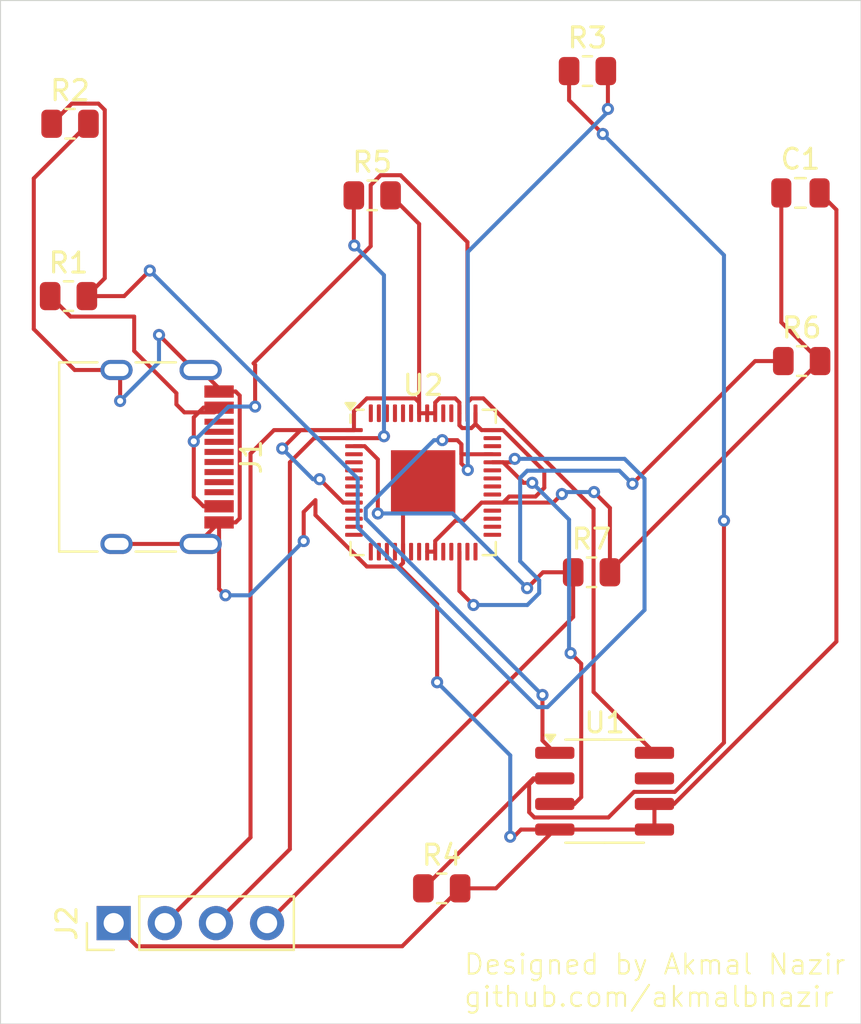
<source format=kicad_pcb>
(kicad_pcb (version 20240108) (generator "pcbnew") (generator_version "8.0")
  (layers (0 "F.Cu" signal) (31 "B.Cu" signal) (34 "B.Paste" user) (35 "F.Paste" user) (36 "B.SilkS" user "B.Silkscreen") (37 "F.SilkS" user "F.Silkscreen") (38 "B.Mask" user) (39 "F.Mask" user) (44 "Edge.Cuts" user))
  (net 0 "")
  (net 1 "+3.3V")
  (net 2 "GND")
  (net 3 "+5V")
  (net 12 "/SDA")
  (net 13 "/SCL")
  (net 14 "/V_SENSE")
  (net 15 "Net-(U1A--)")
  (net 16 "/I_SENSE")
  (net 17 "Net-(U2-RUN)")
  (footprint "Connector_USB:USB_C_Receptacle_HRO_TYPE-C-31-M-12" (layer "F.Cu") (at 28.7084 49.1878 -90)
    (property "Reference" "J1" (at 0 -5.645 90) (layer "F.SilkS"))
    (property "Value" "USB_C_Receptacle_USB2.0_16P")
    (fp_line (start -4.7 3.9) (end 4.7 3.9) (stroke (width 0.12)) (layer "F.SilkS"))
    (fp_line (start -4.7 2) (end -4.7 3.9) (stroke (width 0.12)) (layer "F.SilkS"))
    (fp_line (start 4.7 2) (end 4.7 3.9) (stroke (width 0.12)) (layer "F.SilkS"))
    (fp_line (start -4.7 -1.9) (end -4.7 0.1) (stroke (width 0.12)) (layer "F.SilkS"))
    (fp_line (start 4.7 -1.9) (end 4.7 0.1) (stroke (width 0.12)) (layer "F.SilkS"))
    (pad "" np_thru_hole circle (at -2.89 -2.6 270) (size 0.65 0.65) (drill 0.65) (layers "*.Cu" "*.Mask"))
    (pad "" np_thru_hole circle (at 2.89 -2.6 270) (size 0.65 0.65) (drill 0.65) (layers "*.Cu" "*.Mask"))
    (pad "A1" smd rect (at -3.25 -4.045 270) (size 0.6 1.45) (layers "F.Cu" "F.Paste" "F.Mask") (net 2 "GND"))
    (pad "A4" smd rect (at -2.45 -4.045 270) (size 0.6 1.45) (layers "F.Cu" "F.Paste" "F.Mask") (net 3 "+5V"))
    (pad "A5" smd rect (at -1.25 -4.045 270) (size 0.3 1.45) (layers "F.Cu" "F.Paste" "F.Mask"))
    (pad "A6" smd rect (at -0.25 -4.045 270) (size 0.3 1.45) (layers "F.Cu" "F.Paste" "F.Mask"))
    (pad "A7" smd rect (at 0.25 -4.045 270) (size 0.3 1.45) (layers "F.Cu" "F.Paste" "F.Mask"))
    (pad "A8" smd rect (at 1.25 -4.045 270) (size 0.3 1.45) (layers "F.Cu" "F.Paste" "F.Mask"))
    (pad "A9" smd rect (at 2.45 -4.045 270) (size 0.6 1.45) (layers "F.Cu" "F.Paste" "F.Mask") (net 3 "+5V"))
    (pad "A12" smd rect (at 3.25 -4.045 270) (size 0.6 1.45) (layers "F.Cu" "F.Paste" "F.Mask") (net 2 "GND"))
    (pad "B1" smd rect (at 3.25 -4.045 270) (size 0.6 1.45) (layers "F.Cu" "F.Paste" "F.Mask") (net 2 "GND"))
    (pad "B4" smd rect (at 2.45 -4.045 270) (size 0.6 1.45) (layers "F.Cu" "F.Paste" "F.Mask") (net 3 "+5V"))
    (pad "B5" smd rect (at 1.75 -4.045 270) (size 0.3 1.45) (layers "F.Cu" "F.Paste" "F.Mask"))
    (pad "B6" smd rect (at 0.75 -4.045 270) (size 0.3 1.45) (layers "F.Cu" "F.Paste" "F.Mask"))
    (pad "B7" smd rect (at -0.75 -4.045 270) (size 0.3 1.45) (layers "F.Cu" "F.Paste" "F.Mask"))
    (pad "B8" smd rect (at -1.75 -4.045 270) (size 0.3 1.45) (layers "F.Cu" "F.Paste" "F.Mask"))
    (pad "B9" smd rect (at -2.45 -4.045 270) (size 0.6 1.45) (layers "F.Cu" "F.Paste" "F.Mask") (net 3 "+5V"))
    (pad "B12" smd rect (at -3.25 -4.045 270) (size 0.6 1.45) (layers "F.Cu" "F.Paste" "F.Mask") (net 2 "GND"))
    (pad "S1" thru_hole oval (at -4.32 -3.13 270) (size 1 2.1) (drill oval 0.6 1.7) (layers "*.Cu" "*.Mask") (net 2 "GND"))
    (pad "S1" thru_hole oval (at -4.32 1.05 270) (size 1 1.6) (drill oval 0.6 1.2) (layers "*.Cu" "*.Mask") (net 2 "GND"))
    (pad "S1" thru_hole oval (at 4.32 -3.13 270) (size 1 2.1) (drill oval 0.6 1.7) (layers "*.Cu" "*.Mask") (net 2 "GND"))
    (pad "S1" thru_hole oval (at 4.32 1.05 270) (size 1 1.6) (drill oval 0.6 1.2) (layers "*.Cu" "*.Mask") (net 2 "GND"))
  )
  (footprint "Package_DFN_QFN:QFN-56-1EP_7x7mm_P0.4mm_EP3.2x3.2mm" (layer "F.Cu") (at 42.8914 50.4529)
    (property "Reference" "U2" (at 0 -4.83 0) (layer "F.SilkS"))
    (property "Value" "RP2040")
    (fp_line (start -3.61 -2.96) (end -3.61 -3.37) (stroke (width 0.12)) (layer "F.SilkS"))
    (fp_line (start -3.61 3.61) (end -3.61 2.96) (stroke (width 0.12)) (layer "F.SilkS"))
    (fp_line (start -2.96 -3.61) (end -3.31 -3.61) (stroke (width 0.12)) (layer "F.SilkS"))
    (fp_line (start -2.96 3.61) (end -3.61 3.61) (stroke (width 0.12)) (layer "F.SilkS"))
    (fp_line (start 2.96 -3.61) (end 3.61 -3.61) (stroke (width 0.12)) (layer "F.SilkS"))
    (fp_line (start 2.96 3.61) (end 3.61 3.61) (stroke (width 0.12)) (layer "F.SilkS"))
    (fp_line (start 3.61 -3.61) (end 3.61 -2.96) (stroke (width 0.12)) (layer "F.SilkS"))
    (fp_line (start 3.61 3.61) (end 3.61 2.96) (stroke (width 0.12)) (layer "F.SilkS"))
    (fp_poly (pts (xy -3.61 -3.61) (xy -3.85 -3.94) (xy -3.37 -3.94) (xy -3.61 -3.61)) (stroke (width 0.12)) (fill solid) (layer "F.SilkS"))
    (pad "1" smd roundrect (at -3.4375 -2.6) (size 0.875 0.2) (layers "F.Cu" "F.Paste" "F.Mask") (net 1 "+3.3V"))
    (pad "2" smd roundrect (at -3.4375 -2.2) (size 0.875 0.2) (layers "F.Cu" "F.Paste" "F.Mask") (net 12 "/SDA"))
    (pad "3" smd roundrect (at -3.4375 -1.8) (size 0.875 0.2) (layers "F.Cu" "F.Paste" "F.Mask") (net 13 "/SCL"))
    (pad "4" smd roundrect (at -3.4375 -1.4) (size 0.875 0.2) (layers "F.Cu" "F.Paste" "F.Mask"))
    (pad "5" smd roundrect (at -3.4375 -1) (size 0.875 0.2) (layers "F.Cu" "F.Paste" "F.Mask"))
    (pad "6" smd roundrect (at -3.4375 -0.6) (size 0.875 0.2) (layers "F.Cu" "F.Paste" "F.Mask"))
    (pad "7" smd roundrect (at -3.4375 -0.2) (size 0.875 0.2) (layers "F.Cu" "F.Paste" "F.Mask"))
    (pad "8" smd roundrect (at -3.4375 0.2) (size 0.875 0.2) (layers "F.Cu" "F.Paste" "F.Mask"))
    (pad "9" smd roundrect (at -3.4375 0.6) (size 0.875 0.2) (layers "F.Cu" "F.Paste" "F.Mask"))
    (pad "10" smd roundrect (at -3.4375 1) (size 0.875 0.2) (layers "F.Cu" "F.Paste" "F.Mask") (net 1 "+3.3V"))
    (pad "11" smd roundrect (at -3.4375 1.4) (size 0.875 0.2) (layers "F.Cu" "F.Paste" "F.Mask"))
    (pad "12" smd roundrect (at -3.4375 1.8) (size 0.875 0.2) (layers "F.Cu" "F.Paste" "F.Mask"))
    (pad "13" smd roundrect (at -3.4375 2.2) (size 0.875 0.2) (layers "F.Cu" "F.Paste" "F.Mask"))
    (pad "14" smd roundrect (at -3.4375 2.6) (size 0.875 0.2) (layers "F.Cu" "F.Paste" "F.Mask"))
    (pad "15" smd roundrect (at -2.6 3.4375) (size 0.2 0.875) (layers "F.Cu" "F.Paste" "F.Mask"))
    (pad "16" smd roundrect (at -2.2 3.4375) (size 0.2 0.875) (layers "F.Cu" "F.Paste" "F.Mask"))
    (pad "17" smd roundrect (at -1.8 3.4375) (size 0.2 0.875) (layers "F.Cu" "F.Paste" "F.Mask"))
    (pad "18" smd roundrect (at -1.4 3.4375) (size 0.2 0.875) (layers "F.Cu" "F.Paste" "F.Mask"))
    (pad "19" smd roundrect (at -1 3.4375) (size 0.2 0.875) (layers "F.Cu" "F.Paste" "F.Mask") (net 2 "GND"))
    (pad "20" smd roundrect (at -0.6 3.4375) (size 0.2 0.875) (layers "F.Cu" "F.Paste" "F.Mask"))
    (pad "21" smd roundrect (at -0.2 3.4375) (size 0.2 0.875) (layers "F.Cu" "F.Paste" "F.Mask"))
    (pad "22" smd roundrect (at 0.2 3.4375) (size 0.2 0.875) (layers "F.Cu" "F.Paste" "F.Mask") (net 1 "+3.3V"))
    (pad "23" smd roundrect (at 0.6 3.4375) (size 0.2 0.875) (layers "F.Cu" "F.Paste" "F.Mask") (net 1 "+3.3V"))
    (pad "24" smd roundrect (at 1 3.4375) (size 0.2 0.875) (layers "F.Cu" "F.Paste" "F.Mask"))
    (pad "25" smd roundrect (at 1.4 3.4375) (size 0.2 0.875) (layers "F.Cu" "F.Paste" "F.Mask"))
    (pad "26" smd roundrect (at 1.8 3.4375) (size 0.2 0.875) (layers "F.Cu" "F.Paste" "F.Mask") (net 17 "Net-(U2-RUN)"))
    (pad "27" smd roundrect (at 2.2 3.4375) (size 0.2 0.875) (layers "F.Cu" "F.Paste" "F.Mask"))
    (pad "28" smd roundrect (at 2.6 3.4375) (size 0.2 0.875) (layers "F.Cu" "F.Paste" "F.Mask"))
    (pad "29" smd roundrect (at 3.4375 2.6) (size 0.875 0.2) (layers "F.Cu" "F.Paste" "F.Mask"))
    (pad "30" smd roundrect (at 3.4375 2.2) (size 0.875 0.2) (layers "F.Cu" "F.Paste" "F.Mask"))
    (pad "31" smd roundrect (at 3.4375 1.8) (size 0.875 0.2) (layers "F.Cu" "F.Paste" "F.Mask"))
    (pad "32" smd roundrect (at 3.4375 1.4) (size 0.875 0.2) (layers "F.Cu" "F.Paste" "F.Mask"))
    (pad "33" smd roundrect (at 3.4375 1) (size 0.875 0.2) (layers "F.Cu" "F.Paste" "F.Mask") (net 1 "+3.3V"))
    (pad "34" smd roundrect (at 3.4375 0.6) (size 0.875 0.2) (layers "F.Cu" "F.Paste" "F.Mask"))
    (pad "35" smd roundrect (at 3.4375 0.2) (size 0.875 0.2) (layers "F.Cu" "F.Paste" "F.Mask"))
    (pad "36" smd roundrect (at 3.4375 -0.2) (size 0.875 0.2) (layers "F.Cu" "F.Paste" "F.Mask"))
    (pad "37" smd roundrect (at 3.4375 -0.6) (size 0.875 0.2) (layers "F.Cu" "F.Paste" "F.Mask"))
    (pad "38" smd roundrect (at 3.4375 -1) (size 0.875 0.2) (layers "F.Cu" "F.Paste" "F.Mask") (net 14 "/V_SENSE"))
    (pad "39" smd roundrect (at 3.4375 -1.4) (size 0.875 0.2) (layers "F.Cu" "F.Paste" "F.Mask") (net 16 "/I_SENSE"))
    (pad "40" smd roundrect (at 3.4375 -1.8) (size 0.875 0.2) (layers "F.Cu" "F.Paste" "F.Mask"))
    (pad "41" smd roundrect (at 3.4375 -2.2) (size 0.875 0.2) (layers "F.Cu" "F.Paste" "F.Mask"))
    (pad "42" smd roundrect (at 3.4375 -2.6) (size 0.875 0.2) (layers "F.Cu" "F.Paste" "F.Mask") (net 1 "+3.3V"))
    (pad "43" smd roundrect (at 2.6 -3.4375) (size 0.2 0.875) (layers "F.Cu" "F.Paste" "F.Mask") (net 1 "+3.3V"))
    (pad "44" smd roundrect (at 2.2 -3.4375) (size 0.2 0.875) (layers "F.Cu" "F.Paste" "F.Mask") (net 3 "+5V"))
    (pad "45" smd roundrect (at 1.8 -3.4375) (size 0.2 0.875) (layers "F.Cu" "F.Paste" "F.Mask") (net 1 "+3.3V"))
    (pad "46" smd roundrect (at 1.4 -3.4375) (size 0.2 0.875) (layers "F.Cu" "F.Paste" "F.Mask"))
    (pad "47" smd roundrect (at 1 -3.4375) (size 0.2 0.875) (layers "F.Cu" "F.Paste" "F.Mask"))
    (pad "48" smd roundrect (at 0.6 -3.4375) (size 0.2 0.875) (layers "F.Cu" "F.Paste" "F.Mask") (net 1 "+3.3V"))
    (pad "49" smd roundrect (at 0.2 -3.4375) (size 0.2 0.875) (layers "F.Cu" "F.Paste" "F.Mask") (net 1 "+3.3V"))
    (pad "50" smd roundrect (at -0.2 -3.4375) (size 0.2 0.875) (layers "F.Cu" "F.Paste" "F.Mask") (net 1 "+3.3V"))
    (pad "51" smd roundrect (at -0.6 -3.4375) (size 0.2 0.875) (layers "F.Cu" "F.Paste" "F.Mask"))
    (pad "52" smd roundrect (at -1 -3.4375) (size 0.2 0.875) (layers "F.Cu" "F.Paste" "F.Mask"))
    (pad "53" smd roundrect (at -1.4 -3.4375) (size 0.2 0.875) (layers "F.Cu" "F.Paste" "F.Mask"))
    (pad "54" smd roundrect (at -1.8 -3.4375) (size 0.2 0.875) (layers "F.Cu" "F.Paste" "F.Mask"))
    (pad "55" smd roundrect (at -2.2 -3.4375) (size 0.2 0.875) (layers "F.Cu" "F.Paste" "F.Mask"))
    (pad "56" smd roundrect (at -2.6 -3.4375) (size 0.2 0.875) (layers "F.Cu" "F.Paste" "F.Mask"))
    (pad "57" smd rect (at 0 0) (size 3.2 3.2) (property pad_prop_heatsink) (layers "F.Cu" "F.Mask") (net 2 "GND"))
  )
  (footprint "Connector_PinHeader_2.54mm:PinHeader_1x04_P2.54mm_Vertical" (layer "F.Cu") (at 27.5182 72.3392 90)
    (property "Reference" "J2" (at 0 -2.33 90) (layer "F.SilkS"))
    (property "Value" "Conn_01x04")
    (fp_line (start -1.33 -1.33) (end 0 -1.33) (stroke (width 0.12)) (layer "F.SilkS"))
    (fp_line (start -1.33 0) (end -1.33 -1.33) (stroke (width 0.12)) (layer "F.SilkS"))
    (fp_line (start 1.33 1.27) (end 1.33 8.95) (stroke (width 0.12)) (layer "F.SilkS"))
    (fp_line (start -1.33 1.27) (end 1.33 1.27) (stroke (width 0.12)) (layer "F.SilkS"))
    (fp_line (start -1.33 1.27) (end -1.33 8.95) (stroke (width 0.12)) (layer "F.SilkS"))
    (fp_line (start -1.33 8.95) (end 1.33 8.95) (stroke (width 0.12)) (layer "F.SilkS"))
    (pad "1" thru_hole rect (at 0 0 90) (size 1.7 1.7) (drill 1) (layers "*.Cu" "*.Mask") (net 2 "GND"))
    (pad "2" thru_hole oval (at 0 2.54 90) (size 1.7 1.7) (drill 1) (layers "*.Cu" "*.Mask") (net 1 "+3.3V"))
    (pad "3" thru_hole oval (at 0 5.08 90) (size 1.7 1.7) (drill 1) (layers "*.Cu" "*.Mask") (net 12 "/SDA"))
    (pad "4" thru_hole oval (at 0 7.62 90) (size 1.7 1.7) (drill 1) (layers "*.Cu" "*.Mask") (net 13 "/SCL"))
  )
  (footprint "Resistor_SMD:R_0805_2012Metric" (layer "F.Cu") (at 25.273 41.1988)
    (property "Reference" "R1" (at 0 -1.65 0) (layer "F.SilkS"))
    (property "Value" "10kΩ")
    (fp_line (start -0.227064 -0.735) (end 0.227064 -0.735) (stroke (width 0.12)) (layer "F.SilkS"))
    (fp_line (start -0.227064 0.735) (end 0.227064 0.735) (stroke (width 0.12)) (layer "F.SilkS"))
    (pad "1" smd roundrect (at -0.9125 0) (size 1.025 1.4) (layers "F.Cu" "F.Paste" "F.Mask") (roundrect_rratio 0.243902) (net 3 "+5V"))
    (pad "2" smd roundrect (at 0.9125 0) (size 1.025 1.4) (layers "F.Cu" "F.Paste" "F.Mask") (roundrect_rratio 0.243902) (net 14 "/V_SENSE"))
  )
  (footprint "Capacitor_SMD:C_0805_2012Metric" (layer "F.Cu") (at 61.6349 36.074)
    (property "Reference" "C1" (at 0 -1.68 0) (layer "F.SilkS"))
    (property "Value" "1µF")
    (fp_line (start -0.261252 -0.735) (end 0.261252 -0.735) (stroke (width 0.12)) (layer "F.SilkS"))
    (fp_line (start -0.261252 0.735) (end 0.261252 0.735) (stroke (width 0.12)) (layer "F.SilkS"))
    (pad "1" smd roundrect (at -0.95 0) (size 1 1.45) (layers "F.Cu" "F.Paste" "F.Mask") (net 1 "+3.3V"))
    (pad "2" smd roundrect (at 0.95 0) (size 1 1.45) (layers "F.Cu" "F.Paste" "F.Mask") (net 2 "GND"))
  )
  (footprint "Resistor_SMD:R_0805_2012Metric" (layer "F.Cu") (at 25.3492 32.639)
    (property "Reference" "R2" (at 0 -1.65 0) (layer "F.SilkS"))
    (property "Value" "10kΩ")
    (fp_line (start -0.227064 -0.735) (end 0.227064 -0.735) (stroke (width 0.12)) (layer "F.SilkS"))
    (fp_line (start -0.227064 0.735) (end 0.227064 0.735) (stroke (width 0.12)) (layer "F.SilkS"))
    (pad "1" smd roundrect (at -0.9125 0) (size 1.025 1.4) (layers "F.Cu" "F.Paste" "F.Mask") (roundrect_rratio 0.243902) (net 14 "/V_SENSE"))
    (pad "2" smd roundrect (at 0.9125 0) (size 1.025 1.4) (layers "F.Cu" "F.Paste" "F.Mask") (roundrect_rratio 0.243902) (net 2 "GND"))
  )
  (footprint "Resistor_SMD:R_0805_2012Metric" (layer "F.Cu") (at 51.2572 54.9148)
    (property "Reference" "R7" (at 0 -1.65 0) (layer "F.SilkS"))
    (property "Value" "R")
    (fp_line (start -0.227064 -0.735) (end 0.227064 -0.735) (stroke (width 0.12)) (layer "F.SilkS"))
    (fp_line (start -0.227064 0.735) (end 0.227064 0.735) (stroke (width 0.12)) (layer "F.SilkS"))
    (pad "1" smd roundrect (at -0.9125 0) (size 1.025 1.4) (layers "F.Cu" "F.Paste" "F.Mask") (roundrect_rratio 0.243902) (net 13 "/SCL"))
    (pad "2" smd roundrect (at 0.9125 0) (size 1.025 1.4) (layers "F.Cu" "F.Paste" "F.Mask") (roundrect_rratio 0.243902) (net 1 "+3.3V"))
  )
  (footprint "Package_SO:SOIC-8_3.9x4.9mm_P1.27mm" (layer "F.Cu") (at 51.9064 65.786)
    (property "Reference" "U1" (at 0 -3.4 0) (layer "F.SilkS"))
    (property "Value" "LM358")
    (fp_line (start 0 -2.56) (end -1.95 -2.56) (stroke (width 0.12)) (layer "F.SilkS"))
    (fp_line (start 0 -2.56) (end 1.95 -2.56) (stroke (width 0.12)) (layer "F.SilkS"))
    (fp_line (start 0 2.56) (end -1.95 2.56) (stroke (width 0.12)) (layer "F.SilkS"))
    (fp_line (start 0 2.56) (end 1.95 2.56) (stroke (width 0.12)) (layer "F.SilkS"))
    (fp_poly (pts (xy -2.7 -2.465) (xy -2.94 -2.795) (xy -2.46 -2.795) (xy -2.7 -2.465)) (stroke (width 0.12)) (fill solid) (layer "F.SilkS"))
    (pad "1" smd roundrect (at -2.475 -1.905) (size 1.95 0.6) (layers "F.Cu" "F.Paste" "F.Mask") (net 16 "/I_SENSE"))
    (pad "2" smd roundrect (at -2.475 -0.635) (size 1.95 0.6) (layers "F.Cu" "F.Paste" "F.Mask") (net 15 "Net-(U1A--)"))
    (pad "3" smd roundrect (at -2.475 0.635) (size 1.95 0.6) (layers "F.Cu" "F.Paste" "F.Mask") (net 14 "/V_SENSE"))
    (pad "4" smd roundrect (at -2.475 1.905) (size 1.95 0.6) (layers "F.Cu" "F.Paste" "F.Mask") (net 2 "GND"))
    (pad "5" smd roundrect (at 2.475 1.905) (size 1.95 0.6) (layers "F.Cu" "F.Paste" "F.Mask") (net 2 "GND"))
    (pad "6" smd roundrect (at 2.475 0.635) (size 1.95 0.6) (layers "F.Cu" "F.Paste" "F.Mask") (net 2 "GND"))
    (pad "7" smd roundrect (at 2.475 -0.635) (size 1.95 0.6) (layers "F.Cu" "F.Paste" "F.Mask"))
    (pad "8" smd roundrect (at 2.475 -1.905) (size 1.95 0.6) (layers "F.Cu" "F.Paste" "F.Mask") (net 3 "+5V"))
  )
  (footprint "Resistor_SMD:R_0805_2012Metric" (layer "F.Cu") (at 40.3606 36.195)
    (property "Reference" "R5" (at 0 -1.65 0) (layer "F.SilkS"))
    (property "Value" "R")
    (fp_line (start -0.227064 -0.735) (end 0.227064 -0.735) (stroke (width 0.12)) (layer "F.SilkS"))
    (fp_line (start -0.227064 0.735) (end 0.227064 0.735) (stroke (width 0.12)) (layer "F.SilkS"))
    (pad "1" smd roundrect (at -0.9125 0) (size 1.025 1.4) (layers "F.Cu" "F.Paste" "F.Mask") (roundrect_rratio 0.243902) (net 12 "/SDA"))
    (pad "2" smd roundrect (at 0.9125 0) (size 1.025 1.4) (layers "F.Cu" "F.Paste" "F.Mask") (roundrect_rratio 0.243902) (net 1 "+3.3V"))
  )
  (footprint "Resistor_SMD:R_0805_2012Metric" (layer "F.Cu") (at 51.054 30.0228)
    (property "Reference" "R3" (at 0 -1.65 0) (layer "F.SilkS"))
    (property "Value" "10kΩ")
    (fp_line (start -0.227064 -0.735) (end 0.227064 -0.735) (stroke (width 0.12)) (layer "F.SilkS"))
    (fp_line (start -0.227064 0.735) (end 0.227064 0.735) (stroke (width 0.12)) (layer "F.SilkS"))
    (pad "1" smd roundrect (at -0.9125 0) (size 1.025 1.4) (layers "F.Cu" "F.Paste" "F.Mask") (roundrect_rratio 0.243902) (net 15 "Net-(U1A--)"))
    (pad "2" smd roundrect (at 0.9125 0) (size 1.025 1.4) (layers "F.Cu" "F.Paste" "F.Mask") (roundrect_rratio 0.243902) (net 16 "/I_SENSE"))
  )
  (footprint "Resistor_SMD:R_0805_2012Metric" (layer "F.Cu") (at 43.815 70.612)
    (property "Reference" "R4" (at 0 -1.65 0) (layer "F.SilkS"))
    (property "Value" "1kΩ")
    (fp_line (start -0.227064 -0.735) (end 0.227064 -0.735) (stroke (width 0.12)) (layer "F.SilkS"))
    (fp_line (start -0.227064 0.735) (end 0.227064 0.735) (stroke (width 0.12)) (layer "F.SilkS"))
    (pad "1" smd roundrect (at -0.9125 0) (size 1.025 1.4) (layers "F.Cu" "F.Paste" "F.Mask") (roundrect_rratio 0.243902) (net 15 "Net-(U1A--)"))
    (pad "2" smd roundrect (at 0.9125 0) (size 1.025 1.4) (layers "F.Cu" "F.Paste" "F.Mask") (roundrect_rratio 0.243902) (net 2 "GND"))
  )
  (footprint "Resistor_SMD:R_0805_2012Metric" (layer "F.Cu") (at 61.6966 44.4246)
    (property "Reference" "R6" (at 0 -1.65 0) (layer "F.SilkS"))
    (property "Value" "10kΩ")
    (fp_line (start -0.227064 -0.735) (end 0.227064 -0.735) (stroke (width 0.12)) (layer "F.SilkS"))
    (fp_line (start -0.227064 0.735) (end 0.227064 0.735) (stroke (width 0.12)) (layer "F.SilkS"))
    (pad "1" smd roundrect (at -0.9125 0) (size 1.025 1.4) (layers "F.Cu" "F.Paste" "F.Mask") (roundrect_rratio 0.243902) (net 17 "Net-(U2-RUN)"))
    (pad "2" smd roundrect (at 0.9125 0) (size 1.025 1.4) (layers "F.Cu" "F.Paste" "F.Mask") (roundrect_rratio 0.243902) (net 1 "+3.3V"))
  )
  (gr_rect (start 21.8948 26.5176) (end 64.643 77.343) (stroke (width 0.05)) (fill none) (layer "Edge.Cuts"))
  (gr_text "Designed by Akmal Nazir\ngithub.com/akmalbnazir" (at 44.8564 76.581 0) (layer "F.SilkS") (effects (font (size 1 1) (thickness 0.1)) (justify left bottom)))
  (segment (start 40.09504 46.2779) (end 39.4539 46.91904) (width 0.2) (layer "F.Cu") (net 1))
  (segment (start 46.3289 51.4529) (end 46.86276 51.4529) (width 0.2) (layer "F.Cu") (net 1))
  (segment (start 44.6914 46.48154) (end 44.48776 46.2779) (width 0.2) (layer "F.Cu") (net 1))
  (segment (start 62.6091 44.4246) (end 60.6849 42.5004) (width 0.2) (layer "F.Cu") (net 1))
  (segment (start 34.3154 68.082) (end 34.3154 49.022) (width 0.2) (layer "F.Cu") (net 1))
  (segment (start 48.9108 49.90094) (end 46.86276 47.8529) (width 0.2) (layer "F.Cu") (net 1))
  (segment (start 45.28776 47.7529) (end 44.8319 47.7529) (width 0.2) (layer "F.Cu") (net 1))
  (segment (start 46.86276 51.4529) (end 47.164687 51.150973) (width 0.2) (layer "F.Cu") (net 1))
  (segment (start 44.48776 46.2779) (end 43.69504 46.2779) (width 0.2) (layer "F.Cu") (net 1))
  (segment (start 43.4914 47.0154) (end 43.0914 47.0154) (width 0.2) (layer "F.Cu") (net 1))
  (segment (start 48.9108 50.718329) (end 48.9108 49.90094) (width 0.2) (layer "F.Cu") (net 1))
  (segment (start 36.8053 47.8529) (end 35.8902 48.768) (width 0.2) (layer "F.Cu") (net 1))
  (segment (start 41.2731 36.195) (end 42.6914 37.6133) (width 0.2) (layer "F.Cu") (net 1))
  (segment (start 45.4914 47.54926) (end 45.28776 47.7529) (width 0.2) (layer "F.Cu") (net 1))
  (segment (start 52.1697 54.9148) (end 52.1697 51.718784) (width 0.2) (layer "F.Cu") (net 1))
  (segment (start 35.4845 47.8529) (end 39.4539 47.8529) (width 0.2) (layer "F.Cu") (net 1))
  (segment (start 34.3154 49.022) (end 35.4845 47.8529) (width 0.2) (layer "F.Cu") (net 1))
  (segment (start 43.0914 53.8904) (end 43.4914 53.8904) (width 0.2) (layer "F.Cu") (net 1))
  (segment (start 43.4914 53.8904) (end 43.4914 53.35654) (width 0.2) (layer "F.Cu") (net 1))
  (segment (start 47.164687 51.150973) (end 48.478156 51.150973) (width 0.2) (layer "F.Cu") (net 1))
  (segment (start 45.79504 51.4529) (end 46.3289 51.4529) (width 0.2) (layer "F.Cu") (net 1))
  (segment (start 45.79504 47.8529) (end 45.4914 47.54926) (width 0.2) (layer "F.Cu") (net 1))
  (segment (start 48.478156 51.150973) (end 48.9108 50.718329) (width 0.2) (layer "F.Cu") (net 1))
  (segment (start 38.92004 51.4529) (end 39.4539 51.4529) (width 0.2) (layer "F.Cu") (net 1))
  (segment (start 46.3289 47.8529) (end 45.79504 47.8529) (width 0.2) (layer "F.Cu") (net 1))
  (segment (start 43.4914 46.48154) (end 43.4914 47.0154) (width 0.2) (layer "F.Cu") (net 1))
  (segment (start 42.6914 46.48154) (end 42.48776 46.2779) (width 0.2) (layer "F.Cu") (net 1))
  (segment (start 46.86276 47.8529) (end 46.3289 47.8529) (width 0.2) (layer "F.Cu") (net 1))
  (segment (start 42.6914 37.6133) (end 42.6914 47.0154) (width 0.2) (layer "F.Cu") (net 1))
  (segment (start 42.48776 46.2779) (end 40.09504 46.2779) (width 0.2) (layer "F.Cu") (net 1))
  (segment (start 37.7444 50.292) (end 37.75914 50.292) (width 0.2) (layer "F.Cu") (net 1))
  (segment (start 39.4539 47.8529) (end 36.8053 47.8529) (width 0.2) (layer "F.Cu") (net 1))
  (segment (start 39.4539 46.91904) (end 39.4539 47.8529) (width 0.2) (layer "F.Cu") (net 1))
  (segment (start 43.4914 53.35654) (end 44.49504 52.3529) (width 0.2) (layer "F.Cu") (net 1))
  (segment (start 30.0582 72.3392) (end 34.3154 68.082) (width 0.2) (layer "F.Cu") (net 1))
  (segment (start 45.4914 47.0154) (end 45.4914 47.54926) (width 0.2) (layer "F.Cu") (net 1))
  (segment (start 43.69504 46.2779) (end 43.4914 46.48154) (width 0.2) (layer "F.Cu") (net 1))
  (segment (start 44.89504 52.3529) (end 45.79504 51.4529) (width 0.2) (layer "F.Cu") (net 1))
  (segment (start 44.6914 47.0154) (end 44.6914 46.48154) (width 0.2) (layer "F.Cu") (net 1))
  (segment (start 60.6849 42.5004) (end 60.6849 36.074) (width 0.2) (layer "F.Cu") (net 1))
  (segment (start 52.1697 54.9148) (end 52.1697 54.864) (width 0.2) (layer "F.Cu") (net 1))
  (segment (start 44.49504 52.3529) (end 44.89504 52.3529) (width 0.2) (layer "F.Cu") (net 1))
  (segment (start 44.8319 47.7529) (end 44.6914 47.6124) (width 0.2) (layer "F.Cu") (net 1))
  (segment (start 42.6914 47.0154) (end 42.6914 46.48154) (width 0.2) (layer "F.Cu") (net 1))
  (segment (start 37.75914 50.292) (end 38.92004 51.4529) (width 0.2) (layer "F.Cu") (net 1))
  (segment (start 49.3597 51.4529) (end 46.3289 51.4529) (width 0.2) (layer "F.Cu") (net 1))
  (segment (start 52.1697 51.718784) (end 51.381058 50.930142) (width 0.2) (layer "F.Cu") (net 1))
  (segment (start 49.783228 51.029372) (end 49.3597 51.4529) (width 0.2) (layer "F.Cu") (net 1))
  (segment (start 52.1697 54.864) (end 62.6091 44.4246) (width 0.2) (layer "F.Cu") (net 1))
  (segment (start 43.0914 47.0154) (end 42.6914 47.0154) (width 0.2) (layer "F.Cu") (net 1))
  (segment (start 44.6914 47.6124) (end 44.6914 47.0154) (width 0.2) (layer "F.Cu") (net 1))
  (via (at 35.8902 48.768) (size 0.6) (drill 0.3) (layers "F.Cu" "B.Cu") (net 1))
  (via (at 37.7444 50.292) (size 0.6) (drill 0.3) (layers "F.Cu" "B.Cu") (net 1))
  (via (at 49.783228 51.029372) (size 0.6) (drill 0.3) (layers "F.Cu" "B.Cu") (net 1))
  (via (at 51.381058 50.930142) (size 0.6) (drill 0.3) (layers "F.Cu" "B.Cu") (net 1))
  (segment (start 49.882458 50.930142) (end 49.783228 51.029372) (width 0.2) (layer "B.Cu") (net 1))
  (segment (start 51.381058 50.930142) (end 49.882458 50.930142) (width 0.2) (layer "B.Cu") (net 1))
  (segment (start 35.8902 48.768) (end 37.4142 50.292) (width 0.2) (layer "B.Cu") (net 1))
  (segment (start 37.4142 50.292) (end 37.7444 50.292) (width 0.2) (layer "B.Cu") (net 1))
  (segment (start 33.7784 46.1378) (end 33.5784 45.9378) (width 0.2) (layer "F.Cu") (net 2))
  (segment (start 27.8384 45.0478) (end 27.6584 44.8678) (width 0.2) (layer "F.Cu") (net 2))
  (segment (start 32.7534 52.4378) (end 33.5784 52.4378) (width 0.2) (layer "F.Cu") (net 2))
  (segment (start 47.752 67.691) (end 49.4314 67.691) (width 0.2) (layer "F.Cu") (net 2))
  (segment (start 31.8384 53.3528) (end 32.7534 52.4378) (width 0.2) (layer "F.Cu") (net 2))
  (segment (start 63.4216 36.9107) (end 63.4216 58.355799) (width 0.2) (layer "F.Cu") (net 2))
  (segment (start 40.09504 54.6279) (end 41.7143 54.6279) (width 0.2) (layer "F.Cu") (net 2))
  (segment (start 47.2186 68.0466) (end 47.3964 68.0466) (width 0.2) (layer "F.Cu") (net 2))
  (segment (start 33.7784 52.2378) (end 33.7784 46.1378) (width 0.2) (layer "F.Cu") (net 2))
  (segment (start 41.7143 54.6279) (end 41.8914 54.4508) (width 0.2) (layer "F.Cu") (net 2))
  (segment (start 33.5784 45.9378) (end 32.7534 45.9378) (width 0.2) (layer "F.Cu") (net 2))
  (segment (start 41.7143 54.6279) (end 43.5864 56.5) (width 0.2) (layer "F.Cu") (net 2))
  (segment (start 63.4216 58.355799) (end 55.356399 66.421) (width 0.2) (layer "F.Cu") (net 2))
  (segment (start 31.8384 53.5078) (end 31.8384 53.3528) (width 0.2) (layer "F.Cu") (net 2))
  (segment (start 27.6584 53.5078) (end 31.8384 53.5078) (width 0.2) (layer "F.Cu") (net 2))
  (segment (start 23.548 35.3527) (end 26.2617 32.639) (width 0.2) (layer "F.Cu") (net 2))
  (segment (start 32.7534 45.9378) (end 32.7534 45.7828) (width 0.2) (layer "F.Cu") (net 2))
  (segment (start 41.8503 73.4892) (end 28.6682 73.4892) (width 0.2) (layer "F.Cu") (net 2))
  (segment (start 25.5784 44.8678) (end 27.6584 44.8678) (width 0.2) (layer "F.Cu") (net 2))
  (segment (start 55.356399 66.421) (end 54.3814 66.421) (width 0.2) (layer "F.Cu") (net 2))
  (segment (start 32.7534 45.7828) (end 31.8384 44.8678) (width 0.2) (layer "F.Cu") (net 2))
  (segment (start 46.5104 70.612) (end 49.4314 67.691) (width 0.2) (layer "F.Cu") (net 2))
  (segment (start 36.957 51.9176) (end 37.5412 51.3334) (width 0.2) (layer "F.Cu") (net 2))
  (segment (start 32.7534 55.7404) (end 33.0708 56.0578) (width 0.2) (layer "F.Cu") (net 2))
  (segment (start 31.8384 44.8678) (end 31.5074 44.8678) (width 0.2) (layer "F.Cu") (net 2))
  (segment (start 37.5412 51.3334) (end 37.5412 52.07406) (width 0.2) (layer "F.Cu") (net 2))
  (segment (start 23.548 42.8374) (end 23.548 35.3527) (width 0.2) (layer "F.Cu") (net 2))
  (segment (start 47.3964 68.0466) (end 47.752 67.691) (width 0.2) (layer "F.Cu") (net 2))
  (segment (start 41.8914 51.4529) (end 41.8914 53.8904) (width 0.2) (layer "F.Cu") (net 2))
  (segment (start 41.8914 54.4508) (end 41.8914 53.8904) (width 0.2) (layer "F.Cu") (net 2))
  (segment (start 62.5849 36.074) (end 63.4216 36.9107) (width 0.2) (layer "F.Cu") (net 2))
  (segment (start 28.6682 73.4892) (end 27.5182 72.3392) (width 0.2) (layer "F.Cu") (net 2))
  (segment (start 44.7275 70.612) (end 41.8503 73.4892) (width 0.2) (layer "F.Cu") (net 2))
  (segment (start 32.7534 52.4378) (end 32.7534 55.7404) (width 0.2) (layer "F.Cu") (net 2))
  (segment (start 37.5412 52.07406) (end 40.09504 54.6279) (width 0.2) (layer "F.Cu") (net 2))
  (segment (start 54.3814 67.691) (end 49.4314 67.691) (width 0.2) (layer "F.Cu") (net 2))
  (segment (start 33.5784 52.4378) (end 33.7784 52.2378) (width 0.2) (layer "F.Cu") (net 2))
  (segment (start 36.957 53.3654) (end 36.957 51.9176) (width 0.2) (layer "F.Cu") (net 2))
  (segment (start 31.5074 44.8678) (end 29.7688 43.1292) (width 0.2) (layer "F.Cu") (net 2))
  (segment (start 23.548 42.8374) (end 25.5784 44.8678) (width 0.2) (layer "F.Cu") (net 2))
  (segment (start 43.5864 56.5) (end 43.5864 60.3758) (width 0.2) (layer "F.Cu") (net 2))
  (segment (start 54.3814 66.421) (end 54.3814 67.691) (width 0.2) (layer "F.Cu") (net 2))
  (segment (start 27.8384 46.4058) (end 27.8384 45.0478) (width 0.2) (layer "F.Cu") (net 2))
  (segment (start 44.7275 70.612) (end 46.5104 70.612) (width 0.2) (layer "F.Cu") (net 2))
  (segment (start 42.8914 50.4529) (end 41.8914 51.4529) (width 0.2) (layer "F.Cu") (net 2))
  (via (at 29.7688 43.1292) (size 0.6) (drill 0.3) (layers "F.Cu" "B.Cu") (net 2))
  (via (at 47.2186 68.0466) (size 0.6) (drill 0.3) (layers "F.Cu" "B.Cu") (net 2))
  (via (at 33.0708 56.0578) (size 0.6) (drill 0.3) (layers "F.Cu" "B.Cu") (net 2))
  (via (at 43.5864 60.3758) (size 0.6) (drill 0.3) (layers "F.Cu" "B.Cu") (net 2))
  (via (at 27.8384 46.4058) (size 0.6) (drill 0.3) (layers "F.Cu" "B.Cu") (net 2))
  (via (at 36.957 53.3654) (size 0.6) (drill 0.3) (layers "F.Cu" "B.Cu") (net 2))
  (segment (start 29.7688 44.4754) (end 27.8384 46.4058) (width 0.2) (layer "B.Cu") (net 2))
  (segment (start 34.2646 56.0578) (end 36.957 53.3654) (width 0.2) (layer "B.Cu") (net 2))
  (segment (start 33.0708 56.0578) (end 34.2646 56.0578) (width 0.2) (layer "B.Cu") (net 2))
  (segment (start 43.5864 60.3758) (end 47.2186 64.008) (width 0.2) (layer "B.Cu") (net 2))
  (segment (start 47.2186 64.008) (end 47.2186 68.0466) (width 0.2) (layer "B.Cu") (net 2))
  (segment (start 29.7688 43.1292) (end 29.7688 44.4754) (width 0.2) (layer "B.Cu") (net 2))
  (segment (start 32.7534 51.6378) (end 31.9784 51.6378) (width 0.2) (layer "F.Cu") (net 3))
  (segment (start 31.9784 46.7378) (end 32.7534 46.7378) (width 0.2) (layer "F.Cu") (net 3))
  (segment (start 30.6334 46.577394) (end 31.028806 46.9728) (width 0.2) (layer "F.Cu") (net 3))
  (segment (start 31.496 51.1554) (end 31.496 48.4124) (width 0.2) (layer "F.Cu") (net 3))
  (segment (start 31.9784 51.6378) (end 31.496 51.1554) (width 0.2) (layer "F.Cu") (net 3))
  (segment (start 45.880286 46.2779) (end 51.3572 51.754814) (width 0.2) (layer "F.Cu") (net 3))
  (segment (start 28.536771 42.2148) (end 28.536771 43.921577) (width 0.2) (layer "F.Cu") (net 3))
  (segment (start 34.544 44.612529) (end 34.544 46.6852) (width 0.2) (layer "F.Cu") (net 3))
  (segment (start 32.5184 46.9728) (end 32.7534 46.7378) (width 0.2) (layer "F.Cu") (net 3))
  (segment (start 31.496 47.2202) (end 31.9784 46.7378) (width 0.2) (layer "F.Cu") (net 3))
  (segment (start 40.2844 35.686456) (end 40.2844 38.719929) (width 0.2) (layer "F.Cu") (net 3))
  (segment (start 40.775856 35.195) (end 40.2844 35.686456) (width 0.2) (layer "F.Cu") (net 3))
  (segment (start 25.3765 42.2148) (end 24.3605 41.1988) (width 0.2) (layer "F.Cu") (net 3))
  (segment (start 30.6334 46.018206) (end 30.6334 46.577394) (width 0.2) (layer "F.Cu") (net 3))
  (segment (start 34.4679 44.536429) (end 34.544 44.612529) (width 0.2) (layer "F.Cu") (net 3))
  (segment (start 45.0914 46.48154) (end 45.29504 46.2779) (width 0.2) (layer "F.Cu") (net 3))
  (segment (start 28.536771 42.2148) (end 25.3765 42.2148) (width 0.2) (layer "F.Cu") (net 3))
  (segment (start 40.2844 38.719929) (end 34.4679 44.536429) (width 0.2) (layer "F.Cu") (net 3))
  (segment (start 28.536771 43.921577) (end 30.6334 46.018206) (width 0.2) (layer "F.Cu") (net 3))
  (segment (start 41.770344 35.195) (end 40.775856 35.195) (width 0.2) (layer "F.Cu") (net 3))
  (segment (start 45.0914 46.48154) (end 45.0914 38.516056) (width 0.2) (layer "F.Cu") (net 3))
  (segment (start 31.496 48.4124) (end 31.496 47.2202) (width 0.2) (layer "F.Cu") (net 3))
  (segment (start 45.0914 47.0154) (end 45.0914 46.48154) (width 0.2) (layer "F.Cu") (net 3))
  (segment (start 45.29504 46.2779) (end 45.880286 46.2779) (width 0.2) (layer "F.Cu") (net 3))
  (segment (start 45.0914 38.516056) (end 41.770344 35.195) (width 0.2) (layer "F.Cu") (net 3))
  (segment (start 51.3572 51.754814) (end 51.3572 60.8568) (width 0.2) (layer "F.Cu") (net 3))
  (segment (start 31.028806 46.9728) (end 32.5184 46.9728) (width 0.2) (layer "F.Cu") (net 3))
  (segment (start 51.3572 60.8568) (end 54.3814 63.881) (width 0.2) (layer "F.Cu") (net 3))
  (via (at 31.496 48.4124) (size 0.6) (drill 0.3) (layers "F.Cu" "B.Cu") (net 3))
  (via (at 34.544 46.6852) (size 0.6) (drill 0.3) (layers "F.Cu" "B.Cu") (net 3))
  (segment (start 33.2232 46.6852) (end 31.496 48.4124) (width 0.2) (layer "B.Cu") (net 3))
  (segment (start 34.544 46.6852) (end 33.2232 46.6852) (width 0.2) (layer "B.Cu") (net 3))
  (segment (start 39.4481 36.195) (end 39.4481 38.6607) (width 0.2) (layer "F.Cu") (net 12))
  (segment (start 40.8503 48.2529) (end 39.4539 48.2529) (width 0.2) (layer "F.Cu") (net 12))
  (segment (start 40.9448 48.1584) (end 40.8503 48.2529) (width 0.2) (layer "F.Cu") (net 12))
  (segment (start 32.5982 72.3392) (end 36.2712 68.6662) (width 0.2) (layer "F.Cu") (net 12))
  (segment (start 36.2712 68.6662) (end 36.2712 49.4538) (width 0.2) (layer "F.Cu") (net 12))
  (segment (start 39.4481 38.6607) (end 39.4716 38.6842) (width 0.2) (layer "F.Cu") (net 12))
  (segment (start 37.4721 48.2529) (end 39.4539 48.2529) (width 0.2) (layer "F.Cu") (net 12))
  (segment (start 36.2712 49.4538) (end 37.4721 48.2529) (width 0.2) (layer "F.Cu") (net 12))
  (via (at 40.9448 48.1584) (size 0.6) (drill 0.3) (layers "F.Cu" "B.Cu") (net 12))
  (via (at 39.4716 38.6842) (size 0.6) (drill 0.3) (layers "F.Cu" "B.Cu") (net 12))
  (segment (start 40.9448 40.1574) (end 40.9448 48.1584) (width 0.2) (layer "B.Cu") (net 12))
  (segment (start 39.4716 38.6842) (end 40.9448 40.1574) (width 0.2) (layer "B.Cu") (net 12))
  (segment (start 39.98776 48.6529) (end 40.64 49.30514) (width 0.2) (layer "F.Cu") (net 13))
  (segment (start 40.64 49.30514) (end 40.64 51.9938) (width 0.2) (layer "F.Cu") (net 13))
  (segment (start 39.4539 48.6529) (end 39.98776 48.6529) (width 0.2) (layer "F.Cu") (net 13))
  (segment (start 35.1382 72.3392) (end 50.3447 57.1327) (width 0.2) (layer "F.Cu") (net 13))
  (segment (start 50.3447 57.1327) (end 50.3447 54.9148) (width 0.2) (layer "F.Cu") (net 13))
  (segment (start 48.8442 54.9148) (end 50.3447 54.9148) (width 0.2) (layer "F.Cu") (net 13))
  (segment (start 48.0568 55.7022) (end 48.8442 54.9148) (width 0.2) (layer "F.Cu") (net 13))
  (via (at 48.0568 55.7022) (size 0.6) (drill 0.3) (layers "F.Cu" "B.Cu") (net 13))
  (via (at 40.64 51.9938) (size 0.6) (drill 0.3) (layers "F.Cu" "B.Cu") (net 13))
  (segment (start 44.3484 51.9938) (end 48.0568 55.7022) (width 0.2) (layer "B.Cu") (net 13))
  (segment (start 40.64 51.9938) (end 44.3484 51.9938) (width 0.2) (layer "B.Cu") (net 13))
  (segment (start 27.0742 31.954256) (end 26.758944 31.639) (width 0.2) (layer "F.Cu") (net 14))
  (segment (start 46.3289 49.4529) (end 47.2703 49.4529) (width 0.2) (layer "F.Cu") (net 14))
  (segment (start 50.7447 66.082699) (end 50.7447 59.4569) (width 0.2) (layer "F.Cu") (net 14))
  (segment (start 50.7447 59.4569) (end 50.2158 58.928) (width 0.2) (layer "F.Cu") (net 14))
  (segment (start 25.4367 31.639) (end 24.4367 32.639) (width 0.2) (layer "F.Cu") (net 14))
  (segment (start 26.758944 31.639) (end 25.4367 31.639) (width 0.2) (layer "F.Cu") (net 14))
  (segment (start 26.1855 41.1988) (end 27.0742 40.3101) (width 0.2) (layer "F.Cu") (net 14))
  (segment (start 27.0742 40.3101) (end 27.0742 31.954256) (width 0.2) (layer "F.Cu") (net 14))
  (segment (start 47.2703 49.4529) (end 47.442265 49.280935) (width 0.2) (layer "F.Cu") (net 14))
  (segment (start 46.86276 49.4529) (end 46.3289 49.4529) (width 0.2) (layer "F.Cu") (net 14))
  (segment (start 50.406399 66.421) (end 50.7447 66.082699) (width 0.2) (layer "F.Cu") (net 14))
  (segment (start 49.4314 66.421) (end 50.406399 66.421) (width 0.2) (layer "F.Cu") (net 14))
  (segment (start 47.87966 50.4698) (end 46.86276 49.4529) (width 0.2) (layer "F.Cu") (net 14))
  (segment (start 48.3108 50.4698) (end 47.87966 50.4698) (width 0.2) (layer "F.Cu") (net 14))
  (segment (start 29.3116 39.9288) (end 28.0416 41.1988) (width 0.2) (layer "F.Cu") (net 14))
  (segment (start 28.0416 41.1988) (end 26.1855 41.1988) (width 0.2) (layer "F.Cu") (net 14))
  (via (at 47.442265 49.280935) (size 0.6) (drill 0.3) (layers "F.Cu" "B.Cu") (net 14))
  (via (at 29.3116 39.9288) (size 0.6) (drill 0.3) (layers "F.Cu" "B.Cu") (net 14))
  (via (at 48.3108 50.4698) (size 0.6) (drill 0.3) (layers "F.Cu" "B.Cu") (net 14))
  (via (at 50.2158 58.928) (size 0.6) (drill 0.3) (layers "F.Cu" "B.Cu") (net 14))
  (segment (start 39.64 52.680529) (end 39.64 50.2572) (width 0.2) (layer "B.Cu") (net 14))
  (segment (start 47.442265 49.280935) (end 52.898064 49.280935) (width 0.2) (layer "B.Cu") (net 14))
  (segment (start 53.8892 56.788929) (end 49.067329 61.6108) (width 0.2) (layer "B.Cu") (net 14))
  (segment (start 48.570271 61.6108) (end 39.64 52.680529) (width 0.2) (layer "B.Cu") (net 14))
  (segment (start 49.067329 61.6108) (end 48.570271 61.6108) (width 0.2) (layer "B.Cu") (net 14))
  (segment (start 50.2158 58.928) (end 50.1396 58.8518) (width 0.2) (layer "B.Cu") (net 14))
  (segment (start 52.898064 49.280935) (end 53.8892 50.272071) (width 0.2) (layer "B.Cu") (net 14))
  (segment (start 50.1396 52.2986) (end 48.3108 50.4698) (width 0.2) (layer "B.Cu") (net 14))
  (segment (start 50.1396 58.8518) (end 50.1396 52.2986) (width 0.2) (layer "B.Cu") (net 14))
  (segment (start 53.8892 50.272071) (end 53.8892 56.788929) (width 0.2) (layer "B.Cu") (net 14))
  (segment (start 39.64 50.2572) (end 29.3116 39.9288) (width 0.2) (layer "B.Cu") (net 14))
  (segment (start 51.816 33.147) (end 50.1415 31.4725) (width 0.2) (layer "F.Cu") (net 15))
  (segment (start 53.365848 65.821) (end 55.390713 65.821) (width 0.2) (layer "F.Cu") (net 15))
  (segment (start 55.390713 65.821) (end 57.8358 63.375913) (width 0.2) (layer "F.Cu") (net 15))
  (segment (start 52.095848 67.091) (end 53.365848 65.821) (width 0.2) (layer "F.Cu") (net 15))
  (segment (start 50.1415 31.4725) (end 50.1415 30.0228) (width 0.2) (layer "F.Cu") (net 15))
  (segment (start 42.9025 70.612) (end 48.3635 65.151) (width 0.2) (layer "F.Cu") (net 15))
  (segment (start 48.456401 65.151) (end 48.1564 65.451001) (width 0.2) (layer "F.Cu") (net 15))
  (segment (start 48.3635 65.151) (end 49.4314 65.151) (width 0.2) (layer "F.Cu") (net 15))
  (segment (start 48.1564 66.831552) (end 48.415848 67.091) (width 0.2) (layer "F.Cu") (net 15))
  (segment (start 48.415848 67.091) (end 52.095848 67.091) (width 0.2) (layer "F.Cu") (net 15))
  (segment (start 57.8358 63.375913) (end 57.8358 52.3494) (width 0.2) (layer "F.Cu") (net 15))
  (segment (start 49.4314 65.151) (end 48.456401 65.151) (width 0.2) (layer "F.Cu") (net 15))
  (segment (start 48.1564 65.451001) (end 48.1564 66.831552) (width 0.2) (layer "F.Cu") (net 15))
  (via (at 51.816 33.147) (size 0.6) (drill 0.3) (layers "F.Cu" "B.Cu") (net 15))
  (via (at 57.8358 52.3494) (size 0.6) (drill 0.3) (layers "F.Cu" "B.Cu") (net 15))
  (segment (start 57.8358 52.3494) (end 57.8358 39.1668) (width 0.2) (layer "B.Cu") (net 15))
  (segment (start 57.8358 39.1668) (end 51.816 33.147) (width 0.2) (layer "B.Cu") (net 15))
  (segment (start 49.4314 63.881) (end 48.8188 63.2684) (width 0.2) (layer "F.Cu") (net 16))
  (segment (start 44.7914 49.5158) (end 45.1104 49.8348) (width 0.2) (layer "F.Cu") (net 16))
  (segment (start 44.7914 48.5529) (end 44.7914 49.0529) (width 0.2) (layer "F.Cu") (net 16))
  (segment (start 44.5914 48.3529) (end 44.7914 48.5529) (width 0.2) (layer "F.Cu") (net 16))
  (segment (start 43.8404 48.3529) (end 44.5914 48.3529) (width 0.2) (layer "F.Cu") (net 16))
  (segment (start 48.8188 63.2684) (end 48.8188 61.0108) (width 0.2) (layer "F.Cu") (net 16))
  (segment (start 52.07 31.9024) (end 52.07 30.1263) (width 0.2) (layer "F.Cu") (net 16))
  (segment (start 44.7914 48.5529) (end 44.7914 49.5158) (width 0.2) (layer "F.Cu") (net 16))
  (segment (start 44.7914 49.0529) (end 46.3289 49.0529) (width 0.2) (layer "F.Cu") (net 16))
  (segment (start 52.07 30.1263) (end 51.9665 30.0228) (width 0.2) (layer "F.Cu") (net 16))
  (via (at 43.8404 48.3529) (size 0.6) (drill 0.3) (layers "F.Cu" "B.Cu") (net 16))
  (via (at 48.8188 61.0108) (size 0.6) (drill 0.3) (layers "F.Cu" "B.Cu") (net 16))
  (via (at 52.07 31.9024) (size 0.6) (drill 0.3) (layers "F.Cu" "B.Cu") (net 16))
  (via (at 45.1104 49.8348) (size 0.6) (drill 0.3) (layers "F.Cu" "B.Cu") (net 16))
  (segment (start 43.432371 48.3529) (end 40.04 51.745271) (width 0.2) (layer "B.Cu") (net 16))
  (segment (start 48.808471 61.0108) (end 48.8188 61.0108) (width 0.2) (layer "B.Cu") (net 16))
  (segment (start 52.07 32.044471) (end 52.07 31.9024) (width 0.2) (layer "B.Cu") (net 16))
  (segment (start 45.1104 39.004071) (end 52.07 32.044471) (width 0.2) (layer "B.Cu") (net 16))
  (segment (start 43.8404 48.3529) (end 43.432371 48.3529) (width 0.2) (layer "B.Cu") (net 16))
  (segment (start 40.04 51.745271) (end 40.04 52.242329) (width 0.2) (layer "B.Cu") (net 16))
  (segment (start 40.04 52.242329) (end 48.808471 61.0108) (width 0.2) (layer "B.Cu") (net 16))
  (segment (start 45.1104 49.8348) (end 45.1104 39.004071) (width 0.2) (layer "B.Cu") (net 16))
  (segment (start 45.3898 56.5404) (end 44.6914 55.842) (width 0.2) (layer "F.Cu") (net 17))
  (segment (start 59.3852 44.4246) (end 53.2892 50.5206) (width 0.2) (layer "F.Cu") (net 17))
  (segment (start 60.7841 44.4246) (end 59.3852 44.4246) (width 0.2) (layer "F.Cu") (net 17))
  (segment (start 44.6914 55.842) (end 44.6914 53.8904) (width 0.2) (layer "F.Cu") (net 17))
  (via (at 53.2892 50.5206) (size 0.6) (drill 0.3) (layers "F.Cu" "B.Cu") (net 17))
  (via (at 45.3898 56.5404) (size 0.6) (drill 0.3) (layers "F.Cu" "B.Cu") (net 17))
  (segment (start 48.6568 55.950729) (end 48.067129 56.5404) (width 0.2) (layer "B.Cu") (net 17))
  (segment (start 48.067129 56.5404) (end 45.3898 56.5404) (width 0.2) (layer "B.Cu") (net 17))
  (segment (start 52.6384 49.8698) (end 48.062271 49.8698) (width 0.2) (layer "B.Cu") (net 17))
  (segment (start 48.062271 49.8698) (end 47.7108 50.221271) (width 0.2) (layer "B.Cu") (net 17))
  (segment (start 47.7108 54.3656) (end 48.6568 55.3116) (width 0.2) (layer "B.Cu") (net 17))
  (segment (start 48.6568 55.3116) (end 48.6568 55.950729) (width 0.2) (layer "B.Cu") (net 17))
  (segment (start 53.2892 50.5206) (end 52.6384 49.8698) (width 0.2) (layer "B.Cu") (net 17))
  (segment (start 47.7108 50.221271) (end 47.7108 54.3656) (width 0.2) (layer "B.Cu") (net 17))
)
</source>
